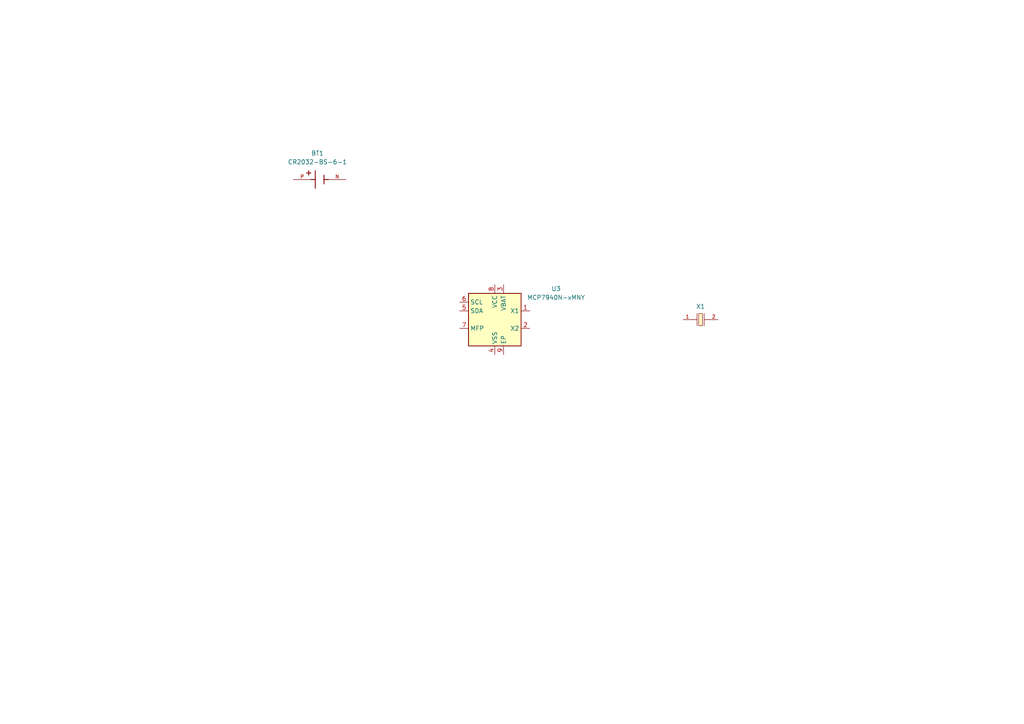
<source format=kicad_sch>
(kicad_sch (version 20250114) (generator "eeschema") (generator_version "9.0")
  (paper "A4")
  (title_block (title "Mileage Logger") (rev "DEV_001") (company "Jake Odgers"))
  (lib_symbols
    (symbol "CR2032-BS-6-1:CR2032-BS-6-1" (pin_names (offset 1.016))
      (property "Reference" "BT" (at -3.81 3.81 0))
      (property "Value" "CR2032-BS-6-1" (at -3.81 -5.08 0))
      (symbol "CR2032-BS-6-1_0_0"
        (polyline (pts (xy -3.81 1.905) (xy -2.54 1.905)) (stroke (width 0.254)))
        (polyline (pts (xy -3.175 2.54) (xy -3.175 1.27)) (stroke (width 0.254)))
        (polyline (pts (xy -1.27 2.54) (xy -1.27 0)) (stroke (width 0.254)))
        (polyline (pts (xy -1.27 0) (xy -2.54 0)) (stroke (width 0.254)))
        (polyline (pts (xy -1.27 0) (xy -1.27 -2.54)) (stroke (width 0.254)))
        (polyline (pts (xy 1.27 1.27) (xy 1.27 0)) (stroke (width 0.254)))
        (polyline (pts (xy 1.27 0) (xy 1.27 -1.27)) (stroke (width 0.254)))
        (polyline (pts (xy 1.27 0) (xy 2.54 0)) (stroke (width 0.254)))
        (pin passive line (at -7.62 0 0) (length 5.08) (name "~") (number "P"))
        (pin passive line (at 7.62 0 180) (length 5.08) (name "~") (number "N"))
      )
    )
    (symbol "PCM_JLCPCB-Crystals:Crystal, 32.768kHz, 13pF" (pin_names (hide yes))
      (property "Reference" "X" (at 0 3.5 0))
      (symbol "Crystal, 32.768kHz, 13pF_0_1"
        (polyline (pts (xy -2.54 0) (xy -1.016 0)))
        (polyline (pts (xy -1.016 1.778) (xy -1.016 -1.778)))
        (rectangle (start -0.508 1.778) (end 0.508 -1.778) (fill (type background)))
        (polyline (pts (xy 1.016 1.778) (xy 1.016 -1.778)))
        (polyline (pts (xy 1.016 0) (xy 2.54 0)))
        (pin unspecified line (at -5.08 0 0) (length 2.54) (name "1") (number "1"))
        (pin unspecified line (at 5.08 0 180) (length 2.54) (name "2") (number "2"))
      )
    )
    (symbol "Timer_RTC:MCP7940N-xMNY"
      (property "Reference" "U" (at -6.35 8.89 0))
      (property "Value" "MCP7940N-xMNY" (at 11.43 8.89 0))
      (symbol "MCP7940N-xMNY_0_1"
        (rectangle (start -7.62 7.62) (end 7.62 -7.62) (stroke (width 0.254)) (fill (type background)))
      )
      (symbol "MCP7940N-xMNY_1_1"
        (pin input line (at -10.16 5.08 0) (length 2.54) (name "SCL") (number "6"))
        (pin bidirectional line (at -10.16 2.54 0) (length 2.54) (name "SDA") (number "5"))
        (pin open_collector line (at -10.16 -2.54 0) (length 2.54) (name "MFP") (number "7"))
        (pin power_in line (at 0 10.16 270) (length 2.54) (name "VCC") (number "8"))
        (pin power_in line (at 0 -10.16 90) (length 2.54) (name "VSS") (number "4"))
        (pin power_in line (at 2.54 10.16 270) (length 2.54) (name "VBAT") (number "3"))
        (pin power_in line (at 2.54 -10.16 90) (length 2.54) (name "EP") (number "9"))
        (pin input line (at 10.16 2.54 180) (length 2.54) (name "X1") (number "1"))
        (pin output line (at 10.16 -2.54 180) (length 2.54) (name "X2") (number "2"))
      )
    )
  )
  (symbol (lib_id "Timer_RTC:MCP7940N-xMNY") (at 143.51 92.71 0) (unit 1)
    (property "Reference" "U3" (at 161.29 83.7498 0))
    (property "Value" "MCP7940N-xMNY" (at 161.29 86.2898 0))
    (property "Footprint" "Package_DFN_QFN:DFN-8-1EP_3x2mm_P0.5mm_EP1.36x1.46mm" (effects (hide yes)))
    (property "Datasheet" "http://ww1.microchip.com/downloads/en/DeviceDoc/20005010F.pdf" (effects (hide yes)))
    (property "Description" "Real-Time Clock, I2C, Battery Backup, TDFN-8" (effects (hide yes)))
  )
  (symbol (lib_id "CR2032-BS-6-1:CR2032-BS-6-1") (at 92.71 52.07 0) (unit 1)
    (property "Reference" "BT1" (at 92.075 44.45 0))
    (property "Value" "CR2032-BS-6-1" (at 92.075 46.99 0))
    (property "Footprint" "CR2032-BS-6-1:BAT_CR2032-BS-6-1" (effects (hide yes)))
    (property "MF" "Shenzhen Q&J Electronics Co. Ltd" (effects (hide yes)))
    (property "MAXIMUM_PACKAGE_HEIGHT" "5.55mm" (effects (hide yes)))
    (property "Package" "Package" (effects (hide yes)))
    (property "Price" "None" (effects (hide yes)))
    (property "Check_prices" "https://www.snapeda.com/parts/CR2032-BS-6-1/Shenzhen+Huacan+Tianlu+Electronics+Co.%252C+Ltd./view-part/?ref=eda" (effects (hide yes)))
    (property "STANDARD" "Manufacturer Recommendations" (effects (hide yes)))
    (property "PARTREV" "2011/2/14" (effects (hide yes)))
    (property "SnapEDA_Link" "https://www.snapeda.com/parts/CR2032-BS-6-1/Shenzhen+Huacan+Tianlu+Electronics+Co.%252C+Ltd./view-part/?ref=snap" (effects (hide yes)))
    (property "MP" "CR2032-BS-6-1" (effects (hide yes)))
    (property "Description_1" "Battery base CR2032 SMD Battery Connectors ROHS" (effects (hide yes)))
    (property "SNAPEDA_PN" "CR2032-BS-6-1" (effects (hide yes)))
    (property "Availability" "Not in stock" (effects (hide yes)))
    (property "MANUFACTURER" "Shenzhen Q and J Electronics" (effects (hide yes)))
  )
  (symbol (lib_id "PCM_JLCPCB-Crystals:Crystal, 32.768kHz, 13pF") (at 203.2 92.71 0) (unit 1)
    (property "Reference" "X1" (at 203.2 88.9 0))
    (property "Value" "Q13FC1350000400" (effects (hide yes)))
    (property "Footprint" "PCM_JLCPCB:FC-135R_L3.2-W1.5" (effects (hide yes)))
    (property "Datasheet" "https://www.lcsc.com/datasheet/lcsc_datasheet_2404180925_Seiko-Epson-Q13FC13500004_C32346.pdf" (effects (hide yes)))
    (property "Description" "32.768kHz Surface Mount Crystal 12.5pF ±20ppm SMD3215-2P Crystals ROHS" (effects (hide yes)))
    (property "LCSC" "C32346" (effects (hide yes)))
    (property "Stock" "736610" (effects (hide yes)))
    (property "Price" "0.182USD" (effects (hide yes)))
    (property "Process" "SMT" (effects (hide yes)))
    (property "Minimum Qty" "5" (effects (hide yes)))
    (property "Attrition Qty" "0" (effects (hide yes)))
    (property "Class" "Basic Component" (effects (hide yes)))
    (property "Category" "Crystals/Oscillators/Resonators,Crystals" (effects (hide yes)))
    (property "Manufacturer" "Seiko Epson" (effects (hide yes)))
    (property "Part" "Q13FC13500004" (effects (hide yes)))
    (property "Frequency" "32.768kHz" (effects (hide yes)))
    (property "Equivalent Series Resistance (Esr)" "70kΩ" (effects (hide yes)))
    (property "Operating Temperature" "-40°C~+85°C" (effects (hide yes)))
    (property "Frequency Tolerance" "±20ppm" (effects (hide yes)))
    (property "Crystal Type" "SMD Crystal Resonator" (effects (hide yes)))
    (property "Load Capacitance" "12.5pF" (effects (hide yes)))
    (property "Normal Temperature Frequency Tolerance" "±20ppm" (effects (hide yes)))
    (property "Equivalent Series Resistance(Esr)" "70kΩ" (effects (hide yes)))
    (property "Type" "Surface Mount Crystal" (effects (hide yes)))
  )
)
</source>
